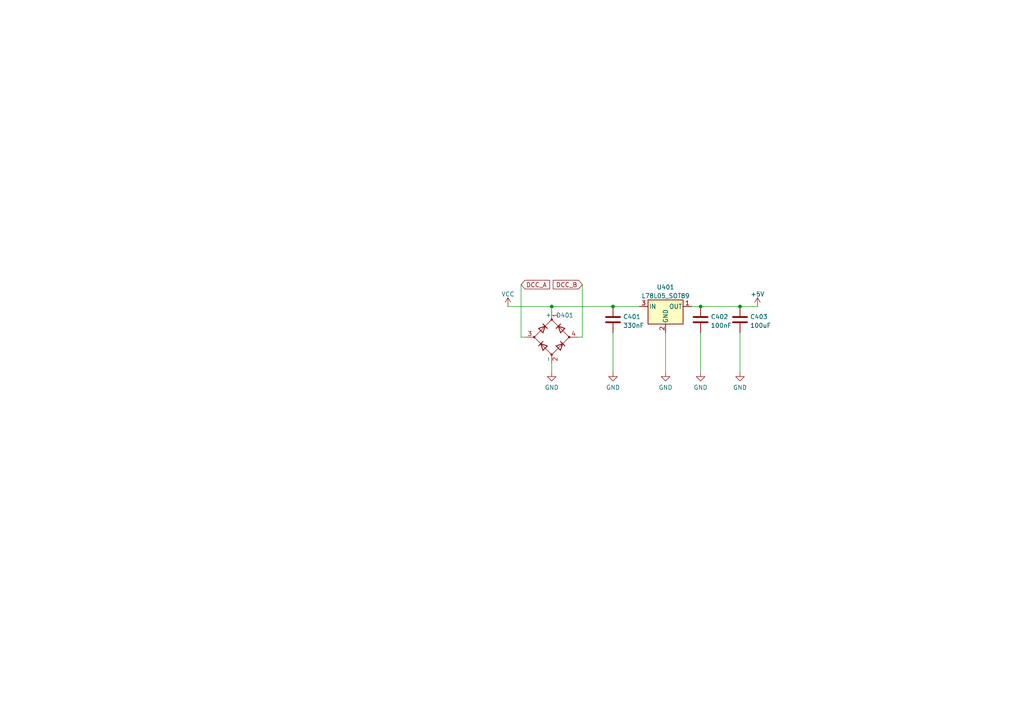
<source format=kicad_sch>
(kicad_sch (version 20211123) (generator eeschema)
  (paper "A4")
  (lib_symbols
    (symbol "Device:C" (pin_numbers hide) (pin_names (offset 0.254))
      (property "Reference" "C" (at 0.635 2.54 0))
      (property "Value" "C" (at 0.635 -2.54 0))
      (symbol "C_0_1"
        (polyline (pts (xy -2.032 -0.762) (xy 2.032 -0.762)) (stroke (width 0.508)))
        (polyline (pts (xy -2.032 0.762) (xy 2.032 0.762)) (stroke (width 0.508)))
      )
      (symbol "C_1_1"
        (pin passive line (at 0 3.81 270) (length 2.794) (name "~") (number "1"))
        (pin passive line (at 0 -3.81 90) (length 2.794) (name "~") (number "2"))
      )
    )
    (symbol "Device:D_Bridge_+-AA" (pin_names (offset 0))
      (property "Reference" "D" (at 2.54 6.985 0))
      (property "Value" "D_Bridge_+-AA" (at 2.54 5.08 0))
      (symbol "D_Bridge_+-AA_0_1"
        (circle (center -5.08 0) (radius 0.254) (fill (type outline)))
        (circle (center 0 -5.08) (radius 0.254) (fill (type outline)))
        (polyline (pts (xy -2.54 3.81) (xy -1.27 2.54)) (stroke (width 0.254)))
        (polyline (pts (xy -1.27 -2.54) (xy -2.54 -3.81)) (stroke (width 0.254)))
        (polyline (pts (xy 2.54 -1.27) (xy 3.81 -2.54)) (stroke (width 0.254)))
        (polyline (pts (xy 2.54 1.27) (xy 3.81 2.54)) (stroke (width 0.254)))
        (polyline (pts (xy -3.81 2.54) (xy -2.54 1.27) (xy -1.905 3.175) (xy -3.81 2.54)) (stroke (width 0.254)))
        (polyline (pts (xy -2.54 -1.27) (xy -3.81 -2.54) (xy -1.905 -3.175) (xy -2.54 -1.27)) (stroke (width 0.254)))
        (polyline (pts (xy 1.27 2.54) (xy 2.54 3.81) (xy 3.175 1.905) (xy 1.27 2.54)) (stroke (width 0.254)))
        (polyline (pts (xy 3.175 -1.905) (xy 1.27 -2.54) (xy 2.54 -3.81) (xy 3.175 -1.905)) (stroke (width 0.254)))
        (polyline (pts (xy -5.08 0) (xy 0 -5.08) (xy 5.08 0) (xy 0 5.08) (xy -5.08 0)))
        (circle (center 0 5.08) (radius 0.254) (fill (type outline)))
        (circle (center 5.08 0) (radius 0.254) (fill (type outline)))
      )
      (symbol "D_Bridge_+-AA_1_1"
        (pin passive line (at 7.62 0 180) (length 2.54) (name "+") (number "1"))
        (pin passive line (at -7.62 0 0) (length 2.54) (name "-") (number "2"))
        (pin passive line (at 0 7.62 270) (length 2.54) (name "~") (number "3"))
        (pin passive line (at 0 -7.62 90) (length 2.54) (name "~") (number "4"))
      )
    )
    (symbol "Regulator_Linear:L78L05_SOT89" (pin_names (offset 0.254))
      (property "Reference" "U" (at -3.81 3.175 0))
      (property "Value" "L78L05_SOT89" (at -0.635 3.175 0))
      (symbol "L78L05_SOT89_0_1"
        (rectangle (start -5.08 1.905) (end 5.08 -5.08) (stroke (width 0.254)) (fill (type background)))
      )
      (symbol "L78L05_SOT89_1_1"
        (pin power_out line (at 7.62 0 180) (length 2.54) (name "OUT") (number "1"))
        (pin power_in line (at 0 -7.62 90) (length 2.54) (name "GND") (number "2"))
        (pin power_in line (at -7.62 0 0) (length 2.54) (name "IN") (number "3"))
      )
    )
    (symbol "power:+5V" (power) (pin_names (offset 0))
      (property "Value" "+5V" (at 0 3.556 0))
      (symbol "+5V_0_1"
        (polyline (pts (xy -0.762 1.27) (xy 0 2.54)))
        (polyline (pts (xy 0 0) (xy 0 2.54)))
        (polyline (pts (xy 0 2.54) (xy 0.762 1.27)))
      )
      (symbol "+5V_1_1"
        (pin power_in line (at 0 0 90) (length 0) hide (name "+5V") (number "1"))
      )
    )
    (symbol "power:GND" (power) (pin_names (offset 0))
      (property "Value" "GND" (at 0 -3.81 0))
      (symbol "GND_0_1"
        (polyline (pts (xy 0 0) (xy 0 -1.27) (xy 1.27 -1.27) (xy 0 -2.54) (xy -1.27 -1.27) (xy 0 -1.27)))
      )
      (symbol "GND_1_1"
        (pin power_in line (at 0 0 270) (length 0) hide (name "GND") (number "1"))
      )
    )
    (symbol "power:VCC" (power) (pin_names (offset 0))
      (property "Value" "VCC" (at 0 3.81 0))
      (symbol "VCC_0_1"
        (polyline (pts (xy -0.762 1.27) (xy 0 2.54)))
        (polyline (pts (xy 0 0) (xy 0 2.54)))
        (polyline (pts (xy 0 2.54) (xy 0.762 1.27)))
      )
      (symbol "VCC_1_1"
        (pin power_in line (at 0 0 90) (length 0) hide (name "VCC") (number "1"))
      )
    )
  )
  (junction (at 203.2 88.9))
  (junction (at 214.63 88.9))
  (junction (at 177.8 88.9))
  (junction (at 160.02 88.9))
  (wire (pts (xy 177.8 88.9) (xy 185.42 88.9)))
  (wire (pts (xy 160.02 88.9) (xy 177.8 88.9)))
  (wire (pts (xy 203.2 96.52) (xy 203.2 107.95)))
  (wire (pts (xy 168.91 97.79) (xy 167.64 97.79)))
  (wire (pts (xy 147.32 88.9) (xy 160.02 88.9)))
  (wire (pts (xy 214.63 96.52) (xy 214.63 107.95)))
  (wire (pts (xy 214.63 88.9) (xy 219.71 88.9)))
  (wire (pts (xy 168.91 82.55) (xy 168.91 97.79)))
  (wire (pts (xy 177.8 96.52) (xy 177.8 107.95)))
  (wire (pts (xy 160.02 105.41) (xy 160.02 107.95)))
  (wire (pts (xy 193.04 96.52) (xy 193.04 107.95)))
  (wire (pts (xy 151.13 97.79) (xy 152.4 97.79)))
  (wire (pts (xy 151.13 82.55) (xy 151.13 97.79)))
  (wire (pts (xy 200.66 88.9) (xy 203.2 88.9)))
  (wire (pts (xy 160.02 90.17) (xy 160.02 88.9)))
  (wire (pts (xy 203.2 88.9) (xy 214.63 88.9)))
  (global_label "DCC_A" (shape input) (at 151.13 82.55 0) (property "Intersheet References" "${INTERSHEET_REFS}" (effects hide)))
  (global_label "DCC_B" (shape input) (at 168.91 82.55 180) (property "Intersheet References" "${INTERSHEET_REFS}" (effects hide)))
  (symbol (lib_id "power:GND") (at 214.63 107.95 0) (unit 1)
    (property "Reference" "#PWR0406" (effects hide))
    (property "Value" "GND" (at 214.63 112.3934 0))
  )
  (symbol (lib_id "Device:C") (at 203.2 92.71 0) (unit 1)
    (property "Reference" "C402" (at 206.121 91.8753 0) (effects (justify left)))
    (property "Value" "100nF" (at 206.121 94.4122 0) (effects (justify left)))
    (property "Footprint" "Capacitor_SMD:C_0603_1608Metric_Pad1.08x0.95mm_HandSolder" (effects hide))
    (property "JLCPCB Part#" "C14663" (effects hide))
  )
  (symbol (lib_id "power:VCC") (at 147.32 88.9 0) (unit 1)
    (property "Reference" "#PWR0401" (effects hide))
    (property "Value" "VCC" (at 147.32 85.3242 0))
  )
  (symbol (lib_id "Regulator_Linear:L78L05_SOT89") (at 193.04 88.9 0) (unit 1)
    (property "Reference" "U401" (at 193.04 83.2952 0))
    (property "Value" "L78L05_SOT89" (at 193.04 85.8321 0))
    (property "Footprint" "Package_TO_SOT_SMD:SOT-89-3" (effects hide))
    (property "Datasheet" "http://www.st.com/content/ccc/resource/technical/document/datasheet/15/55/e5/aa/23/5b/43/fd/CD00000446.pdf/files/CD00000446.pdf/jcr:content/translations/en.CD00000446.pdf" (effects hide))
    (property "JLCPCB Part#" "C71136" (effects hide))
  )
  (symbol (lib_id "power:+5V") (at 219.71 88.9 0) (unit 1)
    (property "Reference" "#PWR0407" (effects hide))
    (property "Value" "+5V" (at 219.71 85.3242 0))
  )
  (symbol (lib_id "power:GND") (at 203.2 107.95 0) (unit 1)
    (property "Reference" "#PWR0405" (effects hide))
    (property "Value" "GND" (at 203.2 112.3934 0))
  )
  (symbol (lib_id "Device:D_Bridge_+-AA") (at 160.02 97.79 90) (unit 1)
    (property "Reference" "D401" (at 163.83 91.44 90))
    (property "Value" "D_Bridge_+-AA" (effects hide))
    (property "Footprint" "Diode_SMD:Diode_Bridge_Diotec_ABS" (effects hide))
    (property "JLCPCB Part#" "C2488" (effects hide))
  )
  (symbol (lib_id "power:GND") (at 160.02 107.95 0) (unit 1)
    (property "Reference" "#PWR0402" (effects hide))
    (property "Value" "GND" (at 160.02 112.3934 0))
  )
  (symbol (lib_id "power:GND") (at 177.8 107.95 0) (unit 1)
    (property "Reference" "#PWR0403" (effects hide))
    (property "Value" "GND" (at 177.8 112.3934 0))
  )
  (symbol (lib_id "Device:C") (at 177.8 92.71 0) (unit 1)
    (property "Reference" "C401" (at 180.721 91.8753 0) (effects (justify left)))
    (property "Value" "330nF" (at 180.721 94.4122 0) (effects (justify left)))
    (property "Footprint" "Capacitor_SMD:C_0603_1608Metric_Pad1.08x0.95mm_HandSolder" (effects hide))
    (property "JLCPCB Part#" "C1615" (effects hide))
  )
  (symbol (lib_id "Device:C") (at 214.63 92.71 0) (unit 1)
    (property "Reference" "C403" (at 217.551 91.8753 0) (effects (justify left)))
    (property "Value" "100uF" (at 217.551 94.4122 0) (effects (justify left)))
    (property "Footprint" "Capacitor_SMD:C_1206_3216Metric_Pad1.33x1.80mm_HandSolder" (effects hide))
    (property "JLCPCB Part#" "C15008" (effects hide))
  )
  (symbol (lib_id "power:GND") (at 193.04 107.95 0) (unit 1)
    (property "Reference" "#PWR0404" (effects hide))
    (property "Value" "GND" (at 193.04 112.3934 0))
  )
)
</source>
